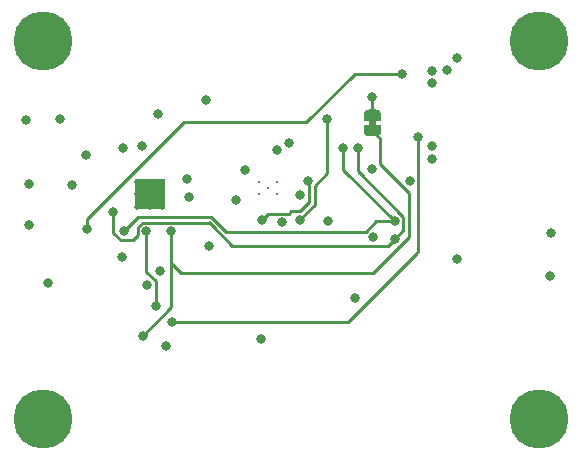
<source format=gbr>
%TF.GenerationSoftware,KiCad,Pcbnew,(5.1.12-1-10_14)*%
%TF.CreationDate,2022-02-15T12:54:36-08:00*%
%TF.ProjectId,g3_power,67335f70-6f77-4657-922e-6b696361645f,rev?*%
%TF.SameCoordinates,Original*%
%TF.FileFunction,Copper,L4,Bot*%
%TF.FilePolarity,Positive*%
%FSLAX46Y46*%
G04 Gerber Fmt 4.6, Leading zero omitted, Abs format (unit mm)*
G04 Created by KiCad (PCBNEW (5.1.12-1-10_14)) date 2022-02-15 12:54:36*
%MOMM*%
%LPD*%
G01*
G04 APERTURE LIST*
%TA.AperFunction,EtchedComponent*%
%ADD10C,0.100000*%
%TD*%
%TA.AperFunction,ComponentPad*%
%ADD11C,5.000000*%
%TD*%
%TA.AperFunction,ComponentPad*%
%ADD12C,0.300000*%
%TD*%
%TA.AperFunction,SMDPad,CuDef*%
%ADD13R,2.600000X2.600000*%
%TD*%
%TA.AperFunction,ComponentPad*%
%ADD14C,0.500000*%
%TD*%
%TA.AperFunction,SMDPad,CuDef*%
%ADD15C,0.100000*%
%TD*%
%TA.AperFunction,ViaPad*%
%ADD16C,0.800000*%
%TD*%
%TA.AperFunction,Conductor*%
%ADD17C,0.279400*%
%TD*%
%TA.AperFunction,Conductor*%
%ADD18C,0.250000*%
%TD*%
G04 APERTURE END LIST*
D10*
%TO.C,JP3*%
G36*
X240560000Y-81220000D02*
G01*
X240560000Y-80720000D01*
X241160000Y-80720000D01*
X241160000Y-81220000D01*
X240560000Y-81220000D01*
G37*
%TD*%
D11*
%TO.P,H104,1*%
%TO.N,Net-(H104-Pad1)*%
X255000000Y-106000000D03*
%TD*%
%TO.P,H103,1*%
%TO.N,Net-(H103-Pad1)*%
X213000000Y-106000000D03*
%TD*%
%TO.P,H102,1*%
%TO.N,Net-(H102-Pad1)*%
X255000000Y-74000000D03*
%TD*%
%TO.P,H101,1*%
%TO.N,Net-(H101-Pad1)*%
X213000000Y-74000000D03*
%TD*%
D12*
%TO.P,U102,11*%
%TO.N,GND*%
X232750000Y-87000000D03*
X231250000Y-86000000D03*
X232750000Y-86000000D03*
X231250000Y-87000000D03*
X232000000Y-86500000D03*
%TD*%
D13*
%TO.P,U101,25*%
%TO.N,GND*%
X222000000Y-87000000D03*
D14*
X223050000Y-88050000D03*
X222000000Y-88050000D03*
X220950000Y-88050000D03*
X223050000Y-87000000D03*
X222000000Y-87000000D03*
X220950000Y-87000000D03*
X223050000Y-85950000D03*
X222000000Y-85950000D03*
X220950000Y-85950000D03*
%TD*%
%TA.AperFunction,SMDPad,CuDef*%
D15*
%TO.P,JP3,1*%
%TO.N,/~CC_QON*%
G36*
X240110000Y-80820000D02*
G01*
X240110000Y-80320000D01*
X240110602Y-80320000D01*
X240110602Y-80295466D01*
X240115412Y-80246635D01*
X240124984Y-80198510D01*
X240139228Y-80151555D01*
X240158005Y-80106222D01*
X240181136Y-80062949D01*
X240208396Y-80022150D01*
X240239524Y-79984221D01*
X240274221Y-79949524D01*
X240312150Y-79918396D01*
X240352949Y-79891136D01*
X240396222Y-79868005D01*
X240441555Y-79849228D01*
X240488510Y-79834984D01*
X240536635Y-79825412D01*
X240585466Y-79820602D01*
X240610000Y-79820602D01*
X240610000Y-79820000D01*
X241110000Y-79820000D01*
X241110000Y-79820602D01*
X241134534Y-79820602D01*
X241183365Y-79825412D01*
X241231490Y-79834984D01*
X241278445Y-79849228D01*
X241323778Y-79868005D01*
X241367051Y-79891136D01*
X241407850Y-79918396D01*
X241445779Y-79949524D01*
X241480476Y-79984221D01*
X241511604Y-80022150D01*
X241538864Y-80062949D01*
X241561995Y-80106222D01*
X241580772Y-80151555D01*
X241595016Y-80198510D01*
X241604588Y-80246635D01*
X241609398Y-80295466D01*
X241609398Y-80320000D01*
X241610000Y-80320000D01*
X241610000Y-80820000D01*
X240110000Y-80820000D01*
G37*
%TD.AperFunction*%
%TA.AperFunction,SMDPad,CuDef*%
%TO.P,JP3,2*%
%TO.N,Net-(JP3-Pad2)*%
G36*
X241609398Y-81620000D02*
G01*
X241609398Y-81644534D01*
X241604588Y-81693365D01*
X241595016Y-81741490D01*
X241580772Y-81788445D01*
X241561995Y-81833778D01*
X241538864Y-81877051D01*
X241511604Y-81917850D01*
X241480476Y-81955779D01*
X241445779Y-81990476D01*
X241407850Y-82021604D01*
X241367051Y-82048864D01*
X241323778Y-82071995D01*
X241278445Y-82090772D01*
X241231490Y-82105016D01*
X241183365Y-82114588D01*
X241134534Y-82119398D01*
X241110000Y-82119398D01*
X241110000Y-82120000D01*
X240610000Y-82120000D01*
X240610000Y-82119398D01*
X240585466Y-82119398D01*
X240536635Y-82114588D01*
X240488510Y-82105016D01*
X240441555Y-82090772D01*
X240396222Y-82071995D01*
X240352949Y-82048864D01*
X240312150Y-82021604D01*
X240274221Y-81990476D01*
X240239524Y-81955779D01*
X240208396Y-81917850D01*
X240181136Y-81877051D01*
X240158005Y-81833778D01*
X240139228Y-81788445D01*
X240124984Y-81741490D01*
X240115412Y-81693365D01*
X240110602Y-81644534D01*
X240110602Y-81620000D01*
X240110000Y-81620000D01*
X240110000Y-81120000D01*
X241610000Y-81120000D01*
X241610000Y-81620000D01*
X241609398Y-81620000D01*
G37*
%TD.AperFunction*%
%TD*%
D16*
%TO.N,GND*%
X245870000Y-76610000D03*
X245880000Y-77580000D03*
X240800000Y-84840000D03*
X229300000Y-87490000D03*
X245905000Y-82950000D03*
X225150000Y-85750000D03*
X234750000Y-87060000D03*
X223375000Y-99895000D03*
X239410000Y-95800000D03*
X216600000Y-83700000D03*
X226730000Y-79030000D03*
X222700000Y-80250000D03*
X233800000Y-82700000D03*
X221770000Y-94720000D03*
X237095000Y-89265000D03*
X214400000Y-80600000D03*
X255900000Y-93900000D03*
X231450000Y-99300000D03*
X213400000Y-94500000D03*
X227015000Y-91385000D03*
X248020000Y-92480000D03*
%TO.N,CC_PIMD*%
X219736511Y-83063489D03*
%TO.N,V_REGN*%
X221310000Y-82930000D03*
X211807500Y-86182500D03*
X211740000Y-89590000D03*
X222870000Y-93510000D03*
X211550000Y-80750000D03*
%TO.N,CC_PWR_OUT*%
X215450000Y-86250000D03*
X219642500Y-92357500D03*
X225360000Y-87250000D03*
X230110000Y-84960000D03*
%TO.N,+5V*%
X247180000Y-76480000D03*
X247990000Y-75440000D03*
X240905000Y-90665000D03*
X245900000Y-84050000D03*
X232750000Y-83300000D03*
X233175000Y-89375000D03*
X244030000Y-85920000D03*
X255950000Y-90300000D03*
%TO.N,BOOST_VAUX*%
X231500000Y-89160000D03*
X235370000Y-85850000D03*
%TO.N,/BOOST_PS*%
X237040000Y-80670000D03*
X234690000Y-89180000D03*
%TO.N,/~CC_INT*%
X243375000Y-76805000D03*
X216725000Y-89950000D03*
%TO.N,/~CC_CE*%
X221720000Y-90150000D03*
X222520000Y-96470000D03*
X223900000Y-97820000D03*
X244755001Y-82144999D03*
%TO.N,/~CC_QON*%
X240850000Y-78760000D03*
%TO.N,Net-(JP3-Pad2)*%
X223820000Y-90130000D03*
X221400000Y-99000000D03*
%TO.N,/SCL*%
X218910000Y-88480000D03*
X242760000Y-90770000D03*
X239600000Y-83125000D03*
%TO.N,/SDA*%
X219800000Y-90100000D03*
X242760000Y-89300000D03*
X238375000Y-83125000D03*
%TD*%
D17*
%TO.N,CC_PWR_OUT*%
X219642500Y-92357500D02*
X219853962Y-92357500D01*
D18*
X215400000Y-86300000D02*
X215450000Y-86250000D01*
%TO.N,BOOST_VAUX*%
X235370000Y-85850000D02*
X235370000Y-85850000D01*
X235475001Y-85955001D02*
X235370000Y-85850000D01*
X232010001Y-88649999D02*
X233774999Y-88649999D01*
X231500000Y-89160000D02*
X232010001Y-88649999D01*
X235509990Y-87640010D02*
X235509990Y-85989990D01*
X234695001Y-88454999D02*
X235509990Y-87640010D01*
X233969999Y-88454999D02*
X234695001Y-88454999D01*
X235509990Y-85989990D02*
X235370000Y-85850000D01*
X233774999Y-88649999D02*
X233969999Y-88454999D01*
%TO.N,/BOOST_PS*%
X237040000Y-85253002D02*
X235960000Y-86333002D01*
X237040000Y-80670000D02*
X237040000Y-85253002D01*
X235960000Y-86333002D02*
X235960000Y-87910000D01*
X235960000Y-87910000D02*
X234760000Y-89110000D01*
X234760000Y-89110000D02*
X234690000Y-89180000D01*
X234690000Y-89180000D02*
X234690000Y-89180000D01*
%TO.N,/~CC_INT*%
X239371998Y-76805000D02*
X243375000Y-76805000D01*
X235256998Y-80920000D02*
X239371998Y-76805000D01*
X224894998Y-80920000D02*
X235256998Y-80920000D01*
X216725000Y-89089998D02*
X224894998Y-80920000D01*
X216725000Y-89950000D02*
X216725000Y-89089998D01*
%TO.N,/~CC_CE*%
X221720000Y-93596998D02*
X222520000Y-94396998D01*
X221720000Y-90150000D02*
X221720000Y-93596998D01*
X222520000Y-94396998D02*
X222520000Y-96470000D01*
X222520000Y-96470000D02*
X222520000Y-96470000D01*
X244755001Y-86268001D02*
X244755001Y-84555001D01*
X223900000Y-97820000D02*
X238788002Y-97820000D01*
X244755001Y-91853001D02*
X244504001Y-92104001D01*
X244755001Y-87044999D02*
X244755001Y-87294997D01*
X244755001Y-87044999D02*
X244755001Y-91853001D01*
X244504001Y-92104001D02*
X244574999Y-92033003D01*
X238788002Y-97820000D02*
X244504001Y-92104001D01*
X244755001Y-82144999D02*
X244755001Y-87044999D01*
%TO.N,/~CC_QON*%
X240860000Y-78770000D02*
X240850000Y-78760000D01*
X240860000Y-80320000D02*
X240860000Y-78770000D01*
%TO.N,Net-(JP3-Pad2)*%
X223820000Y-96580000D02*
X221400000Y-99000000D01*
X223820000Y-90130000D02*
X223820000Y-96580000D01*
X224655001Y-93675001D02*
X240928001Y-93675001D01*
X243935011Y-90667991D02*
X243935011Y-86898013D01*
X223820000Y-90130000D02*
X223820000Y-92840000D01*
X240928001Y-93675001D02*
X243935011Y-90667991D01*
X223820000Y-92840000D02*
X224655001Y-93675001D01*
X241525001Y-84488003D02*
X243935011Y-86898013D01*
X241525001Y-82285001D02*
X241525001Y-84488003D01*
X240860000Y-81620000D02*
X241525001Y-82285001D01*
%TO.N,/SCL*%
X243485001Y-90044999D02*
X243485001Y-88955001D01*
X242760000Y-90770000D02*
X243485001Y-90044999D01*
X239600000Y-85070000D02*
X239600000Y-83125000D01*
X243485001Y-88955001D02*
X239600000Y-85070000D01*
X242139999Y-91390001D02*
X242760000Y-90770000D01*
X218910000Y-90283002D02*
X219546998Y-90920000D01*
X218910000Y-88480000D02*
X218910000Y-90283002D01*
X220994999Y-89801999D02*
X221391999Y-89404999D01*
X220994999Y-90498001D02*
X220994999Y-89801999D01*
X227014999Y-89404999D02*
X227330000Y-89720000D01*
X220573000Y-90920000D02*
X220994999Y-90498001D01*
X221391999Y-89404999D02*
X227014999Y-89404999D01*
X219546998Y-90920000D02*
X220573000Y-90920000D01*
X227330000Y-89720000D02*
X229000001Y-91390001D01*
X227004999Y-89394999D02*
X227330000Y-89720000D01*
X231390001Y-91390001D02*
X242139999Y-91390001D01*
X229000001Y-91390001D02*
X231390001Y-91390001D01*
%TO.N,/SDA*%
X238375000Y-84915000D02*
X238375000Y-83125000D01*
X242760000Y-89300000D02*
X238375000Y-84915000D01*
X241196998Y-89300000D02*
X242760000Y-89300000D01*
X240296998Y-90200000D02*
X241196998Y-89300000D01*
X227166410Y-88920000D02*
X228446410Y-90200000D01*
X220980000Y-88920000D02*
X227166410Y-88920000D01*
X219800000Y-90100000D02*
X220980000Y-88920000D01*
X229350000Y-90200000D02*
X240296998Y-90200000D01*
X228446410Y-90200000D02*
X229350000Y-90200000D01*
%TD*%
M02*

</source>
